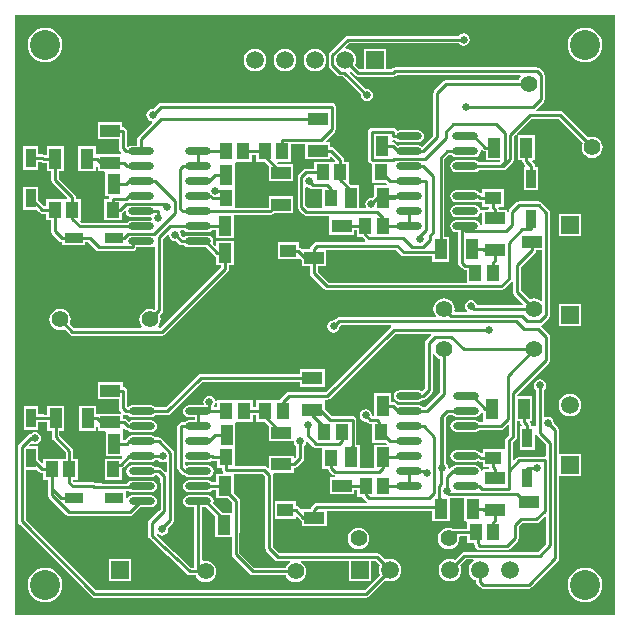
<source format=gbr>
G04 Layer_Physical_Order=2*
G04 Layer_Color=16711680*
%FSLAX26Y26*%
%MOIN*%
%TF.FileFunction,Copper,L2,Bot,Signal*%
%TF.Part,Single*%
G01*
G75*
%TA.AperFunction,SMDPad,CuDef*%
%ADD11R,0.043307X0.066929*%
%ADD12R,0.066929X0.043307*%
%ADD13R,0.033465X0.062992*%
%ADD15O,0.086614X0.023622*%
%ADD17R,0.043307X0.055118*%
%TA.AperFunction,Conductor*%
%ADD24C,0.010000*%
%TA.AperFunction,ComponentPad*%
%ADD25C,0.055118*%
%ADD26C,0.059055*%
%ADD27R,0.059055X0.059055*%
%ADD28R,0.059055X0.059055*%
%TA.AperFunction,ViaPad*%
%ADD29C,0.100000*%
%ADD30C,0.025000*%
%TA.AperFunction,SMDPad,CuDef*%
%ADD31R,0.062992X0.033465*%
%ADD32R,0.055118X0.043307*%
G36*
X3000000Y1000000D02*
X1000000D01*
Y3000000D01*
X3000000D01*
Y1000000D01*
D02*
G37*
%LPC*%
G36*
X2887028Y2037027D02*
X2812972D01*
Y1962973D01*
X2887028D01*
Y2037027D01*
D02*
G37*
G36*
X1100000Y1157996D02*
X1084989Y1156020D01*
X1071002Y1150226D01*
X1058991Y1141009D01*
X1049774Y1128998D01*
X1043980Y1115011D01*
X1042004Y1100000D01*
X1043980Y1084989D01*
X1049774Y1071002D01*
X1058991Y1058991D01*
X1071002Y1049774D01*
X1084989Y1043980D01*
X1100000Y1042004D01*
X1115011Y1043980D01*
X1128998Y1049774D01*
X1141009Y1058991D01*
X1150226Y1071002D01*
X1156020Y1084989D01*
X1157996Y1100000D01*
X1156020Y1115011D01*
X1150226Y1128998D01*
X1141009Y1141009D01*
X1128998Y1150226D01*
X1115011Y1156020D01*
X1100000Y1157996D01*
D02*
G37*
G36*
X2900000D02*
X2884990Y1156020D01*
X2871002Y1150226D01*
X2858990Y1141009D01*
X2849774Y1128998D01*
X2843980Y1115011D01*
X2842004Y1100000D01*
X2843980Y1084989D01*
X2849774Y1071002D01*
X2858990Y1058991D01*
X2871002Y1049774D01*
X2884990Y1043980D01*
X2900000Y1042004D01*
X2915010Y1043980D01*
X2928998Y1049774D01*
X2941010Y1058991D01*
X2950226Y1071002D01*
X2956020Y1084989D01*
X2957996Y1100000D01*
X2956020Y1115011D01*
X2950226Y1128998D01*
X2941010Y1141009D01*
X2928998Y1150226D01*
X2915010Y1156020D01*
X2900000Y1157996D01*
D02*
G37*
G36*
X2145000Y1290361D02*
X2135848Y1289157D01*
X2127319Y1285624D01*
X2119996Y1280004D01*
X2114376Y1272681D01*
X2110843Y1264152D01*
X2109639Y1255000D01*
X2110843Y1245848D01*
X2114376Y1237319D01*
X2119996Y1229996D01*
X2127319Y1224376D01*
X2135848Y1220843D01*
X2145000Y1219639D01*
X2154152Y1220843D01*
X2162681Y1224376D01*
X2170004Y1229996D01*
X2175624Y1237319D01*
X2179157Y1245848D01*
X2180361Y1255000D01*
X2179157Y1264152D01*
X2175624Y1272681D01*
X2170004Y1280004D01*
X2162681Y1285624D01*
X2154152Y1289157D01*
X2145000Y1290361D01*
D02*
G37*
G36*
X2850000Y1737347D02*
X2840334Y1736074D01*
X2831327Y1732343D01*
X2823592Y1726408D01*
X2817657Y1718674D01*
X2813926Y1709666D01*
X2812653Y1700000D01*
X2813926Y1690334D01*
X2817657Y1681326D01*
X2823592Y1673592D01*
X2831327Y1667657D01*
X2840334Y1663926D01*
X2850000Y1662653D01*
X2859666Y1663926D01*
X2868673Y1667657D01*
X2876408Y1673592D01*
X2882343Y1681326D01*
X2886074Y1690334D01*
X2887347Y1700000D01*
X2886074Y1709666D01*
X2882343Y1718674D01*
X2876408Y1726408D01*
X2868673Y1732343D01*
X2859666Y1736074D01*
X2850000Y1737347D01*
D02*
G37*
G36*
X1387027Y1187027D02*
X1312973D01*
Y1112973D01*
X1387027D01*
Y1187027D01*
D02*
G37*
G36*
X2887028Y2337028D02*
X2812972D01*
Y2262972D01*
X2887028D01*
Y2337028D01*
D02*
G37*
G36*
X1100000Y2957996D02*
X1084989Y2956020D01*
X1071002Y2950226D01*
X1058991Y2941010D01*
X1049774Y2928998D01*
X1043980Y2915010D01*
X1042004Y2900000D01*
X1043980Y2884990D01*
X1049774Y2871002D01*
X1058991Y2858990D01*
X1071002Y2849774D01*
X1084989Y2843980D01*
X1100000Y2842004D01*
X1115011Y2843980D01*
X1128998Y2849774D01*
X1141009Y2858990D01*
X1150226Y2871002D01*
X1156020Y2884990D01*
X1157996Y2900000D01*
X1156020Y2915010D01*
X1150226Y2928998D01*
X1141009Y2941010D01*
X1128998Y2950226D01*
X1115011Y2956020D01*
X1100000Y2957996D01*
D02*
G37*
G36*
X2900000D02*
X2884990Y2956020D01*
X2871002Y2950226D01*
X2858990Y2941010D01*
X2849774Y2928998D01*
X2843980Y2915010D01*
X2842004Y2900000D01*
X2843980Y2884990D01*
X2849774Y2871002D01*
X2858990Y2858990D01*
X2871002Y2849774D01*
X2884990Y2843980D01*
X2900000Y2842004D01*
X2915010Y2843980D01*
X2928998Y2849774D01*
X2941010Y2858990D01*
X2950226Y2871002D01*
X2956020Y2884990D01*
X2957996Y2900000D01*
X2956020Y2915010D01*
X2950226Y2928998D01*
X2941010Y2941010D01*
X2928998Y2950226D01*
X2915010Y2956020D01*
X2900000Y2957996D01*
D02*
G37*
G36*
X2495472Y2938392D02*
X2487668Y2936840D01*
X2481053Y2932419D01*
X2479934Y2930745D01*
X2108564D01*
X2103687Y2929775D01*
X2099552Y2927012D01*
X2048960Y2876420D01*
X2046198Y2872286D01*
X2045227Y2867408D01*
Y2832592D01*
X2046198Y2827714D01*
X2048960Y2823580D01*
X2073580Y2798960D01*
X2077714Y2796198D01*
X2082592Y2795227D01*
X2092749D01*
X2153001Y2734975D01*
X2152608Y2733000D01*
X2154160Y2725196D01*
X2158581Y2718581D01*
X2165196Y2714160D01*
X2173000Y2712608D01*
X2180804Y2714160D01*
X2187419Y2718581D01*
X2191840Y2725196D01*
X2193392Y2733000D01*
X2191840Y2740804D01*
X2187419Y2747419D01*
X2180804Y2751840D01*
X2173000Y2753392D01*
X2171025Y2752999D01*
X2116633Y2807391D01*
X2118049Y2813046D01*
X2118725Y2813251D01*
X2133988Y2797988D01*
X2138123Y2795225D01*
X2143000Y2794255D01*
X2261000D01*
X2265877Y2795225D01*
X2270012Y2797988D01*
X2272279Y2800255D01*
X2684939D01*
X2686304Y2795255D01*
X2681310Y2788747D01*
X2679265Y2783811D01*
X2438066D01*
X2433189Y2782841D01*
X2429054Y2780078D01*
X2397988Y2749012D01*
X2395225Y2744877D01*
X2394255Y2740000D01*
Y2598279D01*
X2356728Y2560752D01*
X2351583Y2564191D01*
X2344048Y2565689D01*
X2281056D01*
X2276284Y2564740D01*
X2268012Y2573012D01*
X2263877Y2575775D01*
X2259000Y2576745D01*
X2258340D01*
X2257659Y2578708D01*
X2258528Y2580396D01*
X2261373Y2583255D01*
X2266347D01*
X2267133Y2582078D01*
X2273521Y2577809D01*
X2281056Y2576311D01*
X2344048D01*
X2351583Y2577809D01*
X2357970Y2582078D01*
X2362239Y2588465D01*
X2363737Y2596000D01*
X2362239Y2603535D01*
X2357970Y2609922D01*
X2351583Y2614191D01*
X2344048Y2615689D01*
X2281056D01*
X2277068Y2614896D01*
X2271775Y2615877D01*
X2269012Y2620012D01*
X2264877Y2622775D01*
X2260000Y2623745D01*
X2190000D01*
X2185123Y2622775D01*
X2180988Y2620012D01*
X2178225Y2615877D01*
X2177255Y2611000D01*
Y2517000D01*
X2178225Y2512123D01*
X2180988Y2507988D01*
X2185123Y2505225D01*
X2190000Y2504255D01*
X2190374D01*
Y2439941D01*
X2236018D01*
X2238783Y2436654D01*
X2237153Y2431965D01*
X2196037D01*
Y2396061D01*
X2189975Y2389999D01*
X2188000Y2390392D01*
X2180196Y2388840D01*
X2173581Y2384419D01*
X2169160Y2377804D01*
X2167608Y2370000D01*
X2169160Y2362196D01*
X2169856Y2361155D01*
X2167499Y2356745D01*
X2148044D01*
Y2431965D01*
X2119950D01*
X2115990Y2435923D01*
X2113682Y2439941D01*
X2113682D01*
X2113682Y2439941D01*
Y2510059D01*
X2097273D01*
Y2516000D01*
X2096303Y2520877D01*
X2093540Y2525012D01*
X2061690Y2556862D01*
X2057555Y2559625D01*
X2052678Y2560595D01*
X2049854D01*
Y2577003D01*
X2038560D01*
X2036647Y2581623D01*
X2065012Y2609988D01*
X2067775Y2614123D01*
X2068745Y2619000D01*
Y2694000D01*
X2067775Y2698877D01*
X2065012Y2703012D01*
X2060877Y2705775D01*
X2056000Y2706745D01*
X1486000D01*
X1481123Y2705775D01*
X1476988Y2703012D01*
X1460503Y2686527D01*
X1458528Y2686920D01*
X1450724Y2685368D01*
X1444109Y2680947D01*
X1439688Y2674332D01*
X1438136Y2666528D01*
X1439688Y2658724D01*
X1444109Y2652109D01*
X1450724Y2647688D01*
X1455620Y2646715D01*
X1457265Y2641289D01*
X1411988Y2596012D01*
X1409225Y2591877D01*
X1408255Y2587000D01*
Y2564689D01*
X1389528D01*
X1381993Y2563191D01*
X1375831Y2559073D01*
X1374094Y2560088D01*
X1371745Y2561899D01*
Y2614150D01*
X1370775Y2619027D01*
X1368012Y2623162D01*
X1363877Y2625925D01*
X1359000Y2626895D01*
X1358005D01*
Y2643303D01*
X1276075D01*
Y2584997D01*
X1346255D01*
Y2556000D01*
X1347225Y2551123D01*
X1349988Y2546988D01*
X1354973Y2542003D01*
X1352901Y2537003D01*
X1276076D01*
Y2537004D01*
X1271285Y2537511D01*
X1269815Y2538206D01*
Y2561965D01*
X1211508D01*
Y2480035D01*
X1269815D01*
Y2494073D01*
X1274815Y2496685D01*
X1276075Y2495809D01*
Y2478697D01*
X1296754D01*
X1301036Y2476964D01*
X1301036Y2473696D01*
Y2395035D01*
X1312224D01*
X1314440Y2390890D01*
X1312460Y2386059D01*
X1297412D01*
Y2315941D01*
X1355719D01*
Y2339788D01*
X1359012Y2341988D01*
X1365415Y2348391D01*
X1370023Y2345928D01*
X1369839Y2345000D01*
X1371337Y2337465D01*
X1375605Y2331078D01*
X1381993Y2326809D01*
X1389528Y2325311D01*
X1452520D01*
X1454090Y2325623D01*
X1456656Y2323057D01*
X1457756Y2321254D01*
X1458276Y2318642D01*
X1454024Y2314390D01*
X1452520Y2314689D01*
X1389528D01*
X1381993Y2313191D01*
X1375605Y2308922D01*
X1374819Y2307745D01*
X1221845D01*
X1218268Y2311322D01*
X1220182Y2315941D01*
X1220719D01*
Y2386059D01*
X1204311D01*
Y2392000D01*
X1203341Y2396877D01*
X1200578Y2401012D01*
X1147107Y2454483D01*
Y2480035D01*
X1163515D01*
Y2561965D01*
X1105208D01*
Y2533745D01*
X1098314D01*
X1096877Y2534705D01*
X1092000Y2535675D01*
X1076272D01*
Y2561926D01*
X1027808D01*
Y2483934D01*
X1076272D01*
Y2510185D01*
X1087616D01*
X1089053Y2509225D01*
X1093930Y2508255D01*
X1105208D01*
Y2480035D01*
X1121617D01*
Y2449204D01*
X1122587Y2444327D01*
X1125350Y2440192D01*
X1174483Y2391059D01*
X1172412Y2386059D01*
X1162413D01*
Y2386059D01*
X1161665D01*
Y2386059D01*
X1103359D01*
Y2363745D01*
X1095389D01*
X1076272Y2382862D01*
Y2428066D01*
X1027808D01*
Y2350074D01*
X1073012D01*
X1081098Y2341988D01*
X1085233Y2339225D01*
X1090110Y2338255D01*
X1103359D01*
Y2315941D01*
X1119767D01*
Y2280000D01*
X1120737Y2275123D01*
X1123500Y2270988D01*
X1147500Y2246988D01*
X1151635Y2244225D01*
X1156114Y2243334D01*
Y2231768D01*
X1234106D01*
Y2243255D01*
X1243721D01*
X1269988Y2216988D01*
X1274123Y2214225D01*
X1279000Y2213255D01*
X1392000D01*
X1396877Y2214225D01*
X1401012Y2216988D01*
X1403775Y2221123D01*
X1404608Y2225311D01*
X1452520D01*
X1460055Y2226809D01*
X1463255Y2228948D01*
X1468255Y2226275D01*
Y2021279D01*
X1464088Y2017112D01*
X1459152Y2019157D01*
X1450000Y2020361D01*
X1440848Y2019157D01*
X1432319Y2015624D01*
X1424996Y2010004D01*
X1419376Y2002681D01*
X1415843Y1994152D01*
X1414639Y1985000D01*
X1415843Y1975848D01*
X1419376Y1967319D01*
X1423653Y1961745D01*
X1421387Y1956745D01*
X1196279D01*
X1182112Y1970912D01*
X1184157Y1975848D01*
X1185361Y1985000D01*
X1184157Y1994152D01*
X1180624Y2002681D01*
X1175004Y2010004D01*
X1167681Y2015624D01*
X1159152Y2019157D01*
X1150000Y2020361D01*
X1140848Y2019157D01*
X1132319Y2015624D01*
X1124996Y2010004D01*
X1119376Y2002681D01*
X1115843Y1994152D01*
X1114639Y1985000D01*
X1115843Y1975848D01*
X1119376Y1967319D01*
X1124996Y1959996D01*
X1132319Y1954376D01*
X1140848Y1950843D01*
X1150000Y1949639D01*
X1159152Y1950843D01*
X1164088Y1952888D01*
X1181988Y1934988D01*
X1186123Y1932225D01*
X1191000Y1931255D01*
X1491000D01*
X1495877Y1932225D01*
X1500012Y1934988D01*
X1709752Y2144728D01*
X1712515Y2148863D01*
X1713485Y2153740D01*
Y2165035D01*
X1729893D01*
Y2246965D01*
X1671586D01*
Y2232970D01*
X1666967Y2231057D01*
X1659831Y2238193D01*
X1661185Y2245000D01*
X1659687Y2252535D01*
X1655418Y2258922D01*
X1649031Y2263191D01*
X1641496Y2264689D01*
X1578504D01*
X1570969Y2263191D01*
X1564582Y2258922D01*
X1559283Y2258741D01*
X1553999Y2264025D01*
X1554392Y2266000D01*
X1552840Y2273804D01*
X1550533Y2277255D01*
X1553206Y2282255D01*
X1563795D01*
X1564582Y2281078D01*
X1570969Y2276809D01*
X1578504Y2275311D01*
X1641496D01*
X1649031Y2276809D01*
X1655418Y2281078D01*
X1656543Y2282761D01*
X1658877Y2283225D01*
X1658922Y2283255D01*
X1670208D01*
Y2255035D01*
X1728515D01*
Y2332255D01*
X1850000D01*
X1854877Y2333225D01*
X1859012Y2335988D01*
X1861720Y2338697D01*
X1928005D01*
Y2397003D01*
X1846075D01*
Y2359099D01*
X1844721Y2357745D01*
X1731666D01*
Y2425035D01*
X1733043D01*
Y2505941D01*
X1733044Y2506965D01*
X1735514Y2510941D01*
X1736666Y2510941D01*
X1790719D01*
Y2533255D01*
X1803359D01*
Y2510941D01*
X1832225D01*
X1846075Y2497090D01*
Y2444997D01*
X1928005D01*
Y2503303D01*
X1876407D01*
X1874014Y2506269D01*
X1876056Y2510941D01*
X1920719D01*
Y2570255D01*
X1967926D01*
Y2518697D01*
X2049854D01*
Y2526117D01*
X2054474Y2528030D01*
X2067445Y2515059D01*
X2065374Y2510059D01*
X2055375D01*
Y2510059D01*
X2054625D01*
Y2510059D01*
X1996319D01*
Y2487745D01*
X1969388D01*
X1964511Y2486775D01*
X1960376Y2484012D01*
X1945376Y2469012D01*
X1942613Y2464877D01*
X1941643Y2460000D01*
Y2360000D01*
X1942613Y2355123D01*
X1945376Y2350988D01*
X1961376Y2334988D01*
X1965511Y2332225D01*
X1970388Y2331255D01*
X2047281D01*
X2047397Y2326303D01*
X2047398D01*
Y2267997D01*
X2129327D01*
Y2283255D01*
X2138358D01*
Y2260941D01*
X2156853D01*
X2158500Y2258476D01*
X2168231Y2248745D01*
X2166160Y2243745D01*
X2007000D01*
X2002123Y2242775D01*
X1997988Y2240012D01*
X1986988Y2229012D01*
X1984225Y2224877D01*
X1983256Y2220003D01*
X1955548D01*
X1955548Y2220004D01*
Y2220004D01*
X1951787Y2222709D01*
X1951012Y2223484D01*
X1946877Y2226247D01*
X1946571Y2226308D01*
Y2243626D01*
X1876453D01*
Y2185318D01*
X1946571D01*
Y2185344D01*
X1951190Y2187258D01*
X1955547Y2182901D01*
Y2161697D01*
X1983767D01*
Y2138488D01*
X1984737Y2133611D01*
X1987500Y2129476D01*
X2030988Y2085988D01*
X2035123Y2083225D01*
X2040000Y2082255D01*
X2620000D01*
X2624877Y2083225D01*
X2629012Y2085988D01*
X2654012Y2110988D01*
X2655255Y2112848D01*
X2660255Y2111331D01*
Y2077000D01*
X2661225Y2072123D01*
X2663988Y2067988D01*
X2694231Y2037745D01*
X2692160Y2032745D01*
X2539846D01*
X2538840Y2037804D01*
X2534419Y2044419D01*
X2527804Y2048840D01*
X2520000Y2050392D01*
X2512196Y2048840D01*
X2505581Y2044419D01*
X2501160Y2037804D01*
X2499608Y2030000D01*
X2501160Y2022196D01*
X2505581Y2015581D01*
X2506832Y2014745D01*
X2505315Y2009745D01*
X2468854D01*
X2464670Y2014745D01*
X2465361Y2020000D01*
X2464157Y2029152D01*
X2460624Y2037681D01*
X2455004Y2045004D01*
X2447681Y2050624D01*
X2439152Y2054157D01*
X2430000Y2055361D01*
X2420848Y2054157D01*
X2412319Y2050624D01*
X2404996Y2045004D01*
X2399376Y2037681D01*
X2395843Y2029152D01*
X2394639Y2020000D01*
X2395843Y2010848D01*
X2399376Y2002319D01*
X2403653Y1996745D01*
X2401387Y1991745D01*
X2079000D01*
X2074123Y1990775D01*
X2069988Y1988012D01*
X2063975Y1981999D01*
X2062000Y1982392D01*
X2054196Y1980840D01*
X2047581Y1976419D01*
X2043160Y1969804D01*
X2041608Y1962000D01*
X2043160Y1954196D01*
X2047581Y1947581D01*
X2054196Y1943160D01*
X2062000Y1941608D01*
X2069804Y1943160D01*
X2076419Y1947581D01*
X2080840Y1954196D01*
X2082392Y1962000D01*
X2082384Y1962040D01*
X2086031Y1966255D01*
X2253331D01*
X2254848Y1961255D01*
X2252988Y1960012D01*
X2036255Y1743279D01*
X1913534D01*
X1908657Y1742309D01*
X1904522Y1739546D01*
X1883666Y1718690D01*
X1881240Y1715059D01*
X1863525D01*
X1863525Y1715059D01*
X1862775D01*
Y1715059D01*
X1858524Y1715059D01*
X1804468D01*
Y1692745D01*
X1791832D01*
Y1715059D01*
X1737776D01*
X1733524Y1715059D01*
X1728524Y1715059D01*
X1674468D01*
Y1691745D01*
X1665412D01*
X1664636Y1692740D01*
X1663197Y1696745D01*
X1666840Y1702196D01*
X1668392Y1710000D01*
X1666840Y1717804D01*
X1662419Y1724419D01*
X1655804Y1728840D01*
X1648000Y1730392D01*
X1640196Y1728840D01*
X1633581Y1724419D01*
X1629160Y1717804D01*
X1627608Y1710000D01*
X1628863Y1703689D01*
X1625948Y1698689D01*
X1579614D01*
X1572079Y1697190D01*
X1565691Y1692922D01*
X1561423Y1686535D01*
X1559925Y1679000D01*
X1561423Y1671465D01*
X1565691Y1665078D01*
X1572079Y1660810D01*
X1579614Y1659311D01*
X1598365D01*
Y1648689D01*
X1579614D01*
X1572079Y1647190D01*
X1565691Y1642922D01*
X1564905Y1641745D01*
X1554000D01*
X1549123Y1640775D01*
X1544988Y1638012D01*
X1542225Y1633877D01*
X1541255Y1629000D01*
Y1490000D01*
X1542225Y1485123D01*
X1544988Y1480988D01*
X1555988Y1469988D01*
X1560123Y1467225D01*
X1564890Y1466277D01*
X1565691Y1465078D01*
X1572079Y1460810D01*
X1579614Y1459311D01*
X1642606D01*
X1650141Y1460810D01*
X1656528Y1465078D01*
X1660797Y1471465D01*
X1662295Y1479000D01*
X1660797Y1486535D01*
X1656528Y1492922D01*
X1650141Y1497190D01*
X1642606Y1498689D01*
X1579614D01*
X1572079Y1497190D01*
X1571745Y1496967D01*
X1566745Y1499640D01*
Y1509070D01*
X1571155Y1511427D01*
X1572079Y1510810D01*
X1579614Y1509311D01*
X1642606D01*
X1650141Y1510810D01*
X1653939Y1513348D01*
X1654123Y1513225D01*
X1659000Y1512255D01*
X1674468D01*
Y1489941D01*
X1690877D01*
Y1484000D01*
X1691847Y1479123D01*
X1693957Y1475965D01*
X1692807Y1472458D01*
X1691743Y1470965D01*
X1671319D01*
Y1442745D01*
X1656647D01*
X1656528Y1442922D01*
X1650141Y1447190D01*
X1642606Y1448689D01*
X1579614D01*
X1572079Y1447190D01*
X1565691Y1442922D01*
X1561423Y1436535D01*
X1559925Y1429000D01*
X1561423Y1421465D01*
X1565691Y1415078D01*
X1572079Y1410810D01*
X1579614Y1409311D01*
X1642606D01*
X1650141Y1410810D01*
X1656528Y1415078D01*
X1657670Y1416786D01*
X1659877Y1417225D01*
X1659922Y1417255D01*
X1671319D01*
Y1389035D01*
X1711412D01*
X1724255Y1376193D01*
Y1340965D01*
X1692060D01*
X1660923Y1372101D01*
X1662295Y1379000D01*
X1660797Y1386535D01*
X1656528Y1392922D01*
X1650141Y1397190D01*
X1642606Y1398689D01*
X1579614D01*
X1572079Y1397190D01*
X1565691Y1392922D01*
X1561423Y1386535D01*
X1559925Y1379000D01*
X1561423Y1371465D01*
X1565691Y1365078D01*
X1572079Y1360810D01*
X1579614Y1359311D01*
X1598255D01*
Y1157745D01*
X1588014D01*
X1471409Y1267395D01*
X1471493Y1267756D01*
X1472488Y1268443D01*
X1477059Y1269593D01*
X1482196Y1266160D01*
X1490000Y1264608D01*
X1497804Y1266160D01*
X1504419Y1270581D01*
X1508840Y1277196D01*
X1510392Y1285000D01*
X1509335Y1290311D01*
X1527012Y1307988D01*
X1529775Y1312123D01*
X1530745Y1317000D01*
Y1541000D01*
X1529775Y1545877D01*
X1527012Y1550012D01*
X1489012Y1588012D01*
X1484877Y1590775D01*
X1480000Y1591745D01*
X1468339D01*
X1467553Y1592922D01*
X1461165Y1597190D01*
X1453630Y1598689D01*
X1390638D01*
X1383103Y1597190D01*
X1376716Y1592922D01*
X1374601Y1589758D01*
X1371988Y1588012D01*
X1366721Y1582745D01*
X1360454D01*
X1360454Y1610965D01*
X1359114Y1615410D01*
Y1621179D01*
X1363734Y1623092D01*
X1366838Y1619988D01*
X1370973Y1617225D01*
X1375850Y1616255D01*
X1375929D01*
X1376716Y1615078D01*
X1383103Y1610810D01*
X1390638Y1609311D01*
X1453630D01*
X1461165Y1610810D01*
X1467553Y1615078D01*
X1471821Y1621465D01*
X1473319Y1629000D01*
X1471821Y1636535D01*
X1467553Y1642922D01*
X1461165Y1647190D01*
X1453630Y1648689D01*
X1390638D01*
X1383103Y1647190D01*
X1378655Y1644219D01*
X1372012Y1650862D01*
X1367877Y1653625D01*
X1363000Y1654595D01*
X1359114D01*
Y1665226D01*
X1364114Y1667899D01*
X1365123Y1667225D01*
X1370000Y1666255D01*
X1375929D01*
X1376716Y1665078D01*
X1383103Y1660810D01*
X1390638Y1659311D01*
X1453630D01*
X1461165Y1660810D01*
X1467553Y1665078D01*
X1468339Y1666255D01*
X1508000D01*
X1512877Y1667225D01*
X1517012Y1669988D01*
X1624429Y1777405D01*
X1950035D01*
Y1760996D01*
X2031965D01*
Y1819303D01*
X1950035D01*
Y1802895D01*
X1619150D01*
X1614273Y1801925D01*
X1610138Y1799162D01*
X1502721Y1691745D01*
X1468339D01*
X1467553Y1692922D01*
X1461165Y1697190D01*
X1453630Y1698689D01*
X1390638D01*
X1383103Y1697190D01*
X1377362Y1693354D01*
X1374452Y1694577D01*
X1372745Y1695825D01*
Y1748150D01*
X1371775Y1753027D01*
X1369012Y1757162D01*
X1364877Y1759925D01*
X1360000Y1760895D01*
X1359114D01*
Y1777303D01*
X1277186D01*
Y1718996D01*
X1347255D01*
Y1689000D01*
X1348225Y1684123D01*
X1350988Y1679988D01*
X1354973Y1676004D01*
X1352901Y1671004D01*
X1277186D01*
Y1671004D01*
X1272388Y1671492D01*
X1270926Y1672184D01*
Y1695965D01*
X1212619D01*
Y1614035D01*
X1270926D01*
Y1627957D01*
X1275926Y1630573D01*
X1277186Y1629699D01*
Y1612697D01*
X1297864D01*
X1302146Y1610964D01*
X1302147Y1607696D01*
Y1529035D01*
X1355940D01*
X1358012Y1524035D01*
X1354035Y1520059D01*
X1298524D01*
Y1449941D01*
X1356832D01*
Y1488759D01*
X1357555Y1488903D01*
X1361690Y1491666D01*
X1381743Y1511719D01*
X1383103Y1510810D01*
X1390638Y1509311D01*
X1453630D01*
X1461165Y1510810D01*
X1467553Y1515078D01*
X1468339Y1516255D01*
X1476462D01*
X1477581Y1514581D01*
X1484196Y1510160D01*
X1492000Y1508608D01*
X1499804Y1510160D01*
X1500845Y1510857D01*
X1505255Y1508499D01*
Y1478302D01*
X1500636Y1476388D01*
X1489012Y1488012D01*
X1484877Y1490775D01*
X1480000Y1491745D01*
X1468339D01*
X1467553Y1492922D01*
X1461165Y1497190D01*
X1453630Y1498689D01*
X1390638D01*
X1383103Y1497190D01*
X1376716Y1492922D01*
X1372447Y1486535D01*
X1370949Y1479000D01*
X1372447Y1471465D01*
X1376716Y1465078D01*
X1383103Y1460810D01*
X1390638Y1459311D01*
X1453630D01*
X1461165Y1460810D01*
X1467553Y1465078D01*
X1468339Y1466255D01*
X1474721D01*
X1483697Y1457279D01*
Y1352718D01*
X1446988Y1316009D01*
X1444225Y1311875D01*
X1443255Y1306997D01*
Y1264389D01*
X1443294Y1264194D01*
X1443261Y1263998D01*
X1443778Y1261762D01*
X1444225Y1259512D01*
X1444336Y1259347D01*
X1444381Y1259153D01*
X1445714Y1257285D01*
X1446988Y1255378D01*
X1447153Y1255267D01*
X1447269Y1255105D01*
X1574232Y1135715D01*
X1576178Y1134500D01*
X1578085Y1133225D01*
X1578281Y1133186D01*
X1578449Y1133081D01*
X1580713Y1132703D01*
X1582963Y1132255D01*
X1602332D01*
X1604376Y1127319D01*
X1609996Y1119996D01*
X1617319Y1114376D01*
X1625848Y1110843D01*
X1635000Y1109639D01*
X1644152Y1110843D01*
X1652681Y1114376D01*
X1660004Y1119996D01*
X1665624Y1127319D01*
X1669157Y1135848D01*
X1670361Y1145000D01*
X1669157Y1154152D01*
X1665624Y1162681D01*
X1660004Y1170004D01*
X1652681Y1175624D01*
X1644152Y1179157D01*
X1635000Y1180361D01*
X1628745Y1179538D01*
X1623745Y1183277D01*
Y1359311D01*
X1637665D01*
X1667697Y1329280D01*
Y1259035D01*
X1722255D01*
Y1202000D01*
X1723225Y1197123D01*
X1725988Y1192988D01*
X1782988Y1135988D01*
X1787123Y1133225D01*
X1792000Y1132255D01*
X1902332D01*
X1904376Y1127319D01*
X1909996Y1119996D01*
X1917319Y1114376D01*
X1925848Y1110843D01*
X1935000Y1109639D01*
X1944152Y1110843D01*
X1952681Y1114376D01*
X1960004Y1119996D01*
X1965624Y1127319D01*
X1969157Y1135848D01*
X1970361Y1145000D01*
X1969157Y1154152D01*
X1965624Y1162681D01*
X1960004Y1170004D01*
X1953162Y1175255D01*
X1953189Y1176871D01*
X1954566Y1180255D01*
X2112972D01*
Y1112973D01*
X2187028D01*
Y1180255D01*
X2201721D01*
X2216381Y1165595D01*
X2213926Y1159666D01*
X2212653Y1150000D01*
X2213926Y1140334D01*
X2216381Y1134405D01*
X2165721Y1083745D01*
X1269279D01*
X1035745Y1317279D01*
Y1484074D01*
X1074122D01*
X1081208Y1476988D01*
X1085343Y1474225D01*
X1090220Y1473255D01*
X1093319D01*
Y1450941D01*
X1109727D01*
Y1400000D01*
X1110697Y1395123D01*
X1113460Y1390988D01*
X1171194Y1333254D01*
X1175329Y1330491D01*
X1180206Y1329521D01*
X1381984D01*
X1386861Y1330491D01*
X1390996Y1333254D01*
X1417053Y1359311D01*
X1453630D01*
X1461165Y1360810D01*
X1467553Y1365078D01*
X1471821Y1371465D01*
X1473319Y1379000D01*
X1471821Y1386535D01*
X1467553Y1392922D01*
X1461165Y1397190D01*
X1453630Y1398689D01*
X1390638D01*
X1383103Y1397190D01*
X1376716Y1392922D01*
X1374074Y1388969D01*
X1369074Y1390486D01*
Y1413695D01*
X1378784D01*
X1383103Y1410810D01*
X1390638Y1409311D01*
X1453630D01*
X1461165Y1410810D01*
X1467553Y1415078D01*
X1471821Y1421465D01*
X1473319Y1429000D01*
X1471821Y1436535D01*
X1467553Y1442922D01*
X1461165Y1447190D01*
X1453630Y1448689D01*
X1390638D01*
X1383103Y1447190D01*
X1376716Y1442922D01*
X1375140Y1440564D01*
X1373075Y1439185D01*
X1268612D01*
X1266233Y1440775D01*
X1261355Y1441745D01*
X1197807D01*
X1194273Y1445279D01*
Y1450941D01*
X1210681D01*
Y1521059D01*
X1194273D01*
Y1547000D01*
X1193303Y1551877D01*
X1190540Y1556012D01*
X1148217Y1598335D01*
Y1614035D01*
X1164626D01*
Y1695965D01*
X1106319D01*
Y1667745D01*
X1099314D01*
X1097877Y1668705D01*
X1093000Y1669675D01*
X1077382D01*
Y1695926D01*
X1028918D01*
Y1617934D01*
X1077382D01*
Y1644185D01*
X1088616D01*
X1090053Y1643225D01*
X1094930Y1642255D01*
X1106319D01*
Y1614035D01*
X1122727D01*
Y1593056D01*
X1123697Y1588179D01*
X1126460Y1584044D01*
X1168783Y1541721D01*
Y1524595D01*
X1165247Y1521059D01*
X1152374Y1521059D01*
X1147374Y1521059D01*
X1093319D01*
Y1507458D01*
X1088699Y1505545D01*
X1077382Y1516862D01*
Y1562066D01*
X1049623D01*
X1047709Y1566685D01*
X1054993Y1573969D01*
X1059196Y1571160D01*
X1067000Y1569608D01*
X1074804Y1571160D01*
X1081419Y1575581D01*
X1085840Y1582196D01*
X1087392Y1590000D01*
X1085840Y1597804D01*
X1081419Y1604419D01*
X1074804Y1608840D01*
X1067000Y1610392D01*
X1059196Y1608840D01*
X1052581Y1604419D01*
X1051226Y1602392D01*
X1048123Y1601775D01*
X1043988Y1599012D01*
X1013988Y1569012D01*
X1011225Y1564877D01*
X1010255Y1560000D01*
Y1312000D01*
X1011225Y1307123D01*
X1013988Y1302988D01*
X1254988Y1061988D01*
X1259123Y1059225D01*
X1264000Y1058255D01*
X2171000D01*
X2175877Y1059225D01*
X2180012Y1061988D01*
X2234405Y1116381D01*
X2240334Y1113926D01*
X2250000Y1112653D01*
X2259666Y1113926D01*
X2268673Y1117657D01*
X2276408Y1123592D01*
X2282343Y1131326D01*
X2286074Y1140334D01*
X2287347Y1150000D01*
X2286074Y1159666D01*
X2282343Y1168674D01*
X2276408Y1176408D01*
X2268673Y1182343D01*
X2259666Y1186074D01*
X2250000Y1187347D01*
X2240334Y1186074D01*
X2234405Y1183619D01*
X2216012Y1202012D01*
X2211877Y1204775D01*
X2207000Y1205745D01*
X1881279D01*
X1859745Y1227279D01*
Y1467000D01*
X1859606Y1467696D01*
X1863710Y1472697D01*
X1929114D01*
Y1489105D01*
X1930000D01*
X1934877Y1490075D01*
X1939012Y1492838D01*
X1959012Y1512838D01*
X1961775Y1516973D01*
X1962745Y1521850D01*
Y1563462D01*
X1964419Y1564581D01*
X1968840Y1571196D01*
X1970242Y1578245D01*
X1974740Y1580818D01*
X1994629Y1560929D01*
X1998764Y1558166D01*
X2003641Y1557196D01*
X2024847D01*
Y1487941D01*
X2041665D01*
X2042225Y1485123D01*
X2044988Y1480988D01*
X2056988Y1468988D01*
X2061123Y1466225D01*
X2066000Y1465255D01*
X2065883Y1460303D01*
X2048508D01*
Y1401996D01*
X2130436D01*
Y1417255D01*
X2139468D01*
Y1394941D01*
X2156969D01*
X2159610Y1390988D01*
X2170610Y1379988D01*
X2173967Y1377745D01*
X2173711Y1374348D01*
X2173135Y1372745D01*
X2007000D01*
X2002123Y1371775D01*
X1997988Y1369012D01*
X1987988Y1359012D01*
X1985225Y1354877D01*
X1985051Y1354004D01*
X1956658D01*
Y1354004D01*
X1952298Y1352198D01*
X1945012Y1359484D01*
X1940877Y1362247D01*
X1936059Y1363205D01*
Y1379626D01*
X1865941D01*
Y1321319D01*
X1936059D01*
Y1325856D01*
X1940678Y1327770D01*
X1952610Y1315838D01*
X1956658Y1313133D01*
Y1295697D01*
X2038586D01*
Y1347255D01*
X2390318D01*
Y1312035D01*
X2448626D01*
Y1390255D01*
X2496619D01*
Y1312035D01*
X2502137D01*
X2506318Y1310059D01*
Y1287745D01*
X2465000D01*
X2460123Y1286775D01*
X2460038Y1286718D01*
X2454152Y1289157D01*
X2445000Y1290361D01*
X2435848Y1289157D01*
X2427319Y1285624D01*
X2419996Y1280004D01*
X2414376Y1272681D01*
X2410843Y1264152D01*
X2409639Y1255000D01*
X2410843Y1245848D01*
X2414376Y1237319D01*
X2419996Y1229996D01*
X2427319Y1224376D01*
X2435848Y1220843D01*
X2445000Y1219639D01*
X2454152Y1220843D01*
X2462681Y1224376D01*
X2470004Y1229996D01*
X2475624Y1237319D01*
X2479157Y1245848D01*
X2480361Y1255000D01*
X2479901Y1258496D01*
X2483198Y1262255D01*
X2506318D01*
Y1239941D01*
X2530207D01*
X2533031Y1227235D01*
X2533480Y1226216D01*
X2533697Y1225123D01*
X2534473Y1223962D01*
X2535036Y1222685D01*
X2535841Y1221914D01*
X2536460Y1220988D01*
X2537621Y1220212D01*
X2538630Y1219248D01*
X2539668Y1218844D01*
X2540595Y1218225D01*
X2541964Y1217953D01*
X2543265Y1217448D01*
X2544379Y1217473D01*
X2545472Y1217255D01*
X2640000D01*
X2644877Y1218225D01*
X2649012Y1220988D01*
X2675012Y1246988D01*
X2677775Y1251123D01*
X2678745Y1256000D01*
Y1294721D01*
X2691279Y1307255D01*
X2737596D01*
X2742473Y1308225D01*
X2746608Y1310988D01*
X2766136Y1330516D01*
X2770755Y1328602D01*
Y1237779D01*
X2743721Y1210745D01*
X2498000D01*
X2493123Y1209775D01*
X2488988Y1207012D01*
X2465595Y1183619D01*
X2459666Y1186074D01*
X2450000Y1187347D01*
X2440334Y1186074D01*
X2431327Y1182343D01*
X2423592Y1176408D01*
X2417657Y1168674D01*
X2413926Y1159666D01*
X2412653Y1150000D01*
X2413926Y1140334D01*
X2417657Y1131326D01*
X2423592Y1123592D01*
X2431327Y1117657D01*
X2440334Y1113926D01*
X2450000Y1112653D01*
X2459666Y1113926D01*
X2468673Y1117657D01*
X2476408Y1123592D01*
X2482343Y1131326D01*
X2486074Y1140334D01*
X2487347Y1150000D01*
X2486074Y1159666D01*
X2483619Y1165595D01*
X2503279Y1185255D01*
X2526907D01*
X2528605Y1180255D01*
X2523592Y1176408D01*
X2517657Y1168674D01*
X2513926Y1159666D01*
X2512653Y1150000D01*
X2513926Y1140334D01*
X2517657Y1131326D01*
X2523592Y1123592D01*
X2531327Y1117657D01*
X2537255Y1115201D01*
Y1111000D01*
X2538225Y1106123D01*
X2540988Y1101988D01*
X2550988Y1091988D01*
X2555123Y1089225D01*
X2560000Y1088255D01*
X2713000D01*
X2717877Y1089225D01*
X2722012Y1091988D01*
X2810512Y1180488D01*
X2813275Y1184623D01*
X2814245Y1189500D01*
Y1462973D01*
X2887028D01*
Y1537027D01*
X2814245D01*
Y1615500D01*
X2813275Y1620377D01*
X2810512Y1624512D01*
X2795999Y1639025D01*
X2796392Y1641000D01*
X2794840Y1648804D01*
X2790419Y1655419D01*
X2783804Y1659840D01*
X2776000Y1661392D01*
X2768196Y1659840D01*
X2767155Y1659143D01*
X2762745Y1661501D01*
Y1749462D01*
X2764419Y1750581D01*
X2768840Y1757196D01*
X2770392Y1765000D01*
X2768840Y1772804D01*
X2764419Y1779419D01*
X2757804Y1783840D01*
X2750000Y1785392D01*
X2742196Y1783840D01*
X2735581Y1779419D01*
X2731160Y1772804D01*
X2729608Y1765000D01*
X2731160Y1757196D01*
X2735581Y1750581D01*
X2737255Y1749462D01*
Y1608000D01*
X2738225Y1603123D01*
X2740988Y1598988D01*
X2770755Y1569221D01*
Y1532298D01*
X2765755Y1528194D01*
X2765500Y1528245D01*
X2681500D01*
X2676623Y1527275D01*
X2672488Y1524512D01*
X2663364Y1515388D01*
X2658745Y1517302D01*
Y1575721D01*
X2670012Y1586988D01*
X2672775Y1591123D01*
X2673745Y1596000D01*
Y1647035D01*
X2683027D01*
Y1644850D01*
X2683997Y1639973D01*
X2686760Y1635838D01*
X2689053Y1633545D01*
X2687139Y1628926D01*
X2683390D01*
Y1550934D01*
X2731854D01*
Y1628926D01*
X2720367D01*
Y1633000D01*
X2719397Y1637877D01*
X2716634Y1642012D01*
X2716230Y1642416D01*
X2718143Y1647035D01*
X2724925D01*
Y1728965D01*
X2673745D01*
Y1734721D01*
X2780012Y1840988D01*
X2782775Y1845123D01*
X2783745Y1850000D01*
Y1928000D01*
X2782775Y1932877D01*
X2780012Y1937012D01*
X2754600Y1962424D01*
X2755192Y1966747D01*
X2755787Y1967979D01*
X2759452Y1970428D01*
X2780012Y1990988D01*
X2782775Y1995123D01*
X2783745Y2000000D01*
Y2340000D01*
X2782775Y2344877D01*
X2780012Y2349012D01*
X2754012Y2375012D01*
X2749877Y2377775D01*
X2745000Y2378745D01*
X2680000D01*
X2675123Y2377775D01*
X2670988Y2375012D01*
X2647988Y2352012D01*
X2645225Y2347877D01*
X2644255Y2343000D01*
X2639327Y2343172D01*
Y2351303D01*
X2612946D01*
X2611319Y2356303D01*
X2614061Y2360318D01*
X2628421D01*
Y2418626D01*
X2558303D01*
Y2406792D01*
X2553303Y2404721D01*
X2553012Y2405012D01*
X2548877Y2407775D01*
X2548305Y2407889D01*
X2546947Y2409922D01*
X2540559Y2414191D01*
X2533024Y2415689D01*
X2470032D01*
X2462497Y2414191D01*
X2456110Y2409922D01*
X2451841Y2403535D01*
X2450343Y2396000D01*
X2451841Y2388465D01*
X2456110Y2382078D01*
X2462497Y2377809D01*
X2470032Y2376311D01*
X2533024D01*
X2540559Y2377809D01*
X2543021Y2379454D01*
X2545651Y2377697D01*
X2550528Y2376727D01*
X2558303D01*
Y2360318D01*
X2578668D01*
X2580224Y2355318D01*
X2577247Y2351303D01*
X2557398D01*
Y2348081D01*
X2552398Y2347588D01*
X2552088Y2349145D01*
X2551215Y2353535D01*
X2546947Y2359922D01*
X2540559Y2364191D01*
X2533024Y2365689D01*
X2503532D01*
X2500000Y2366392D01*
X2496468Y2365689D01*
X2470032D01*
X2462497Y2364191D01*
X2456110Y2359922D01*
X2451841Y2353535D01*
X2450343Y2346000D01*
X2451841Y2338465D01*
X2456110Y2332078D01*
X2462497Y2327809D01*
X2470032Y2326311D01*
X2496468D01*
X2500000Y2325608D01*
X2503532Y2326311D01*
X2533024D01*
X2540559Y2327809D01*
X2546947Y2332078D01*
X2551215Y2338465D01*
X2552088Y2342855D01*
X2552398Y2344412D01*
X2557398Y2343919D01*
Y2298081D01*
X2552398Y2297588D01*
X2551215Y2303535D01*
X2546947Y2309922D01*
X2540559Y2314191D01*
X2533024Y2315689D01*
X2470032D01*
X2462497Y2314191D01*
X2456110Y2309922D01*
X2451841Y2303535D01*
X2450343Y2296000D01*
X2451841Y2288465D01*
X2456110Y2282078D01*
X2462497Y2277809D01*
X2470032Y2276311D01*
X2477255D01*
Y2174000D01*
X2478225Y2169123D01*
X2480988Y2164988D01*
X2490988Y2154988D01*
X2495123Y2152225D01*
X2500000Y2151255D01*
X2505209D01*
Y2107745D01*
X2045279D01*
X2009257Y2143767D01*
Y2161697D01*
X2037476D01*
Y2218255D01*
X2267721D01*
X2286488Y2199488D01*
X2290623Y2196725D01*
X2295500Y2195755D01*
X2389209D01*
Y2178035D01*
X2447515D01*
Y2259965D01*
X2431107D01*
Y2519083D01*
X2445279Y2533255D01*
X2455323D01*
X2456110Y2532078D01*
X2462497Y2527809D01*
X2470032Y2526311D01*
X2533024D01*
X2540559Y2527809D01*
X2546947Y2532078D01*
X2551215Y2538465D01*
X2552713Y2546000D01*
X2552169Y2548736D01*
X2556777Y2551199D01*
X2558988Y2548988D01*
X2563123Y2546225D01*
X2568000Y2545255D01*
X2568697D01*
Y2517035D01*
X2615940D01*
X2618012Y2512035D01*
X2614721Y2508745D01*
X2547733D01*
X2546947Y2509922D01*
X2540559Y2514191D01*
X2533024Y2515689D01*
X2470032D01*
X2462497Y2514191D01*
X2456110Y2509922D01*
X2451841Y2503535D01*
X2450343Y2496000D01*
X2451841Y2488465D01*
X2456110Y2482078D01*
X2462497Y2477809D01*
X2470032Y2476311D01*
X2533024D01*
X2540559Y2477809D01*
X2546947Y2482078D01*
X2547733Y2483255D01*
X2627000D01*
X2631877Y2484225D01*
X2636012Y2486988D01*
X2660012Y2510988D01*
X2662775Y2515123D01*
X2663745Y2520000D01*
Y2594721D01*
X2671416Y2602392D01*
X2674996Y2598901D01*
X2674997Y2593991D01*
Y2517035D01*
X2691405D01*
Y2513850D01*
X2692375Y2508973D01*
X2695138Y2504838D01*
X2701431Y2498545D01*
X2699517Y2493926D01*
X2695768D01*
Y2415934D01*
X2744232D01*
Y2493926D01*
X2732745D01*
Y2498000D01*
X2731775Y2502877D01*
X2729012Y2507012D01*
X2723608Y2512416D01*
X2725521Y2517035D01*
X2733303D01*
Y2598965D01*
X2679996D01*
X2675060Y2598965D01*
X2671569Y2602545D01*
X2723279Y2654255D01*
X2810721D01*
X2891954Y2573022D01*
X2889909Y2568086D01*
X2888704Y2558934D01*
X2889909Y2549782D01*
X2893442Y2541253D01*
X2899062Y2533930D01*
X2906385Y2528310D01*
X2914914Y2524777D01*
X2924066Y2523572D01*
X2933218Y2524777D01*
X2941747Y2528310D01*
X2949070Y2533930D01*
X2954690Y2541253D01*
X2958223Y2549782D01*
X2959428Y2558934D01*
X2958223Y2568086D01*
X2954690Y2576615D01*
X2949070Y2583938D01*
X2941747Y2589558D01*
X2933218Y2593091D01*
X2924066Y2594296D01*
X2914914Y2593091D01*
X2909978Y2591046D01*
X2825012Y2676012D01*
X2820877Y2678775D01*
X2816000Y2679745D01*
X2737662D01*
X2736410Y2681749D01*
X2735769Y2684745D01*
X2762012Y2710988D01*
X2764775Y2715123D01*
X2765745Y2720000D01*
Y2800000D01*
X2764775Y2804877D01*
X2762012Y2809012D01*
X2749012Y2822012D01*
X2744877Y2824775D01*
X2740000Y2825745D01*
X2267000D01*
X2262123Y2824775D01*
X2257988Y2822012D01*
X2255721Y2819745D01*
X2237028D01*
Y2887028D01*
X2162972D01*
Y2819745D01*
X2148279D01*
X2133619Y2834405D01*
X2136074Y2840334D01*
X2137347Y2850000D01*
X2136074Y2859666D01*
X2132343Y2868673D01*
X2126408Y2876408D01*
X2118673Y2882343D01*
X2109666Y2886074D01*
X2102656Y2886997D01*
X2100864Y2892276D01*
X2113843Y2905255D01*
X2479934D01*
X2481053Y2903581D01*
X2487668Y2899160D01*
X2495472Y2897608D01*
X2503276Y2899160D01*
X2509891Y2903581D01*
X2514312Y2910196D01*
X2515864Y2918000D01*
X2514312Y2925804D01*
X2509891Y2932419D01*
X2503276Y2936840D01*
X2495472Y2938392D01*
D02*
G37*
G36*
X1800000Y2887347D02*
X1790334Y2886074D01*
X1781326Y2882343D01*
X1773592Y2876408D01*
X1767657Y2868673D01*
X1763926Y2859666D01*
X1762653Y2850000D01*
X1763926Y2840334D01*
X1767657Y2831327D01*
X1773592Y2823592D01*
X1781326Y2817657D01*
X1790334Y2813926D01*
X1800000Y2812653D01*
X1809666Y2813926D01*
X1818674Y2817657D01*
X1826408Y2823592D01*
X1832343Y2831327D01*
X1836074Y2840334D01*
X1837347Y2850000D01*
X1836074Y2859666D01*
X1832343Y2868673D01*
X1826408Y2876408D01*
X1818674Y2882343D01*
X1809666Y2886074D01*
X1800000Y2887347D01*
D02*
G37*
G36*
X1900000D02*
X1890334Y2886074D01*
X1881326Y2882343D01*
X1873592Y2876408D01*
X1867657Y2868673D01*
X1863926Y2859666D01*
X1862653Y2850000D01*
X1863926Y2840334D01*
X1867657Y2831327D01*
X1873592Y2823592D01*
X1881326Y2817657D01*
X1890334Y2813926D01*
X1900000Y2812653D01*
X1909666Y2813926D01*
X1918674Y2817657D01*
X1926408Y2823592D01*
X1932343Y2831327D01*
X1936074Y2840334D01*
X1937347Y2850000D01*
X1936074Y2859666D01*
X1932343Y2868673D01*
X1926408Y2876408D01*
X1918674Y2882343D01*
X1909666Y2886074D01*
X1900000Y2887347D01*
D02*
G37*
G36*
X2000000D02*
X1990334Y2886074D01*
X1981326Y2882343D01*
X1973592Y2876408D01*
X1967657Y2868673D01*
X1963926Y2859666D01*
X1962653Y2850000D01*
X1963926Y2840334D01*
X1967657Y2831327D01*
X1973592Y2823592D01*
X1981326Y2817657D01*
X1990334Y2813926D01*
X2000000Y2812653D01*
X2009666Y2813926D01*
X2018674Y2817657D01*
X2026408Y2823592D01*
X2032343Y2831327D01*
X2036074Y2840334D01*
X2037347Y2850000D01*
X2036074Y2859666D01*
X2032343Y2868673D01*
X2026408Y2876408D01*
X2018674Y2882343D01*
X2009666Y2886074D01*
X2000000Y2887347D01*
D02*
G37*
%LPD*%
G36*
X1834255Y1461721D02*
Y1222000D01*
X1835225Y1217123D01*
X1837988Y1212988D01*
X1866988Y1183988D01*
X1871123Y1181225D01*
X1876000Y1180255D01*
X1915434D01*
X1916811Y1176871D01*
X1916838Y1175255D01*
X1909996Y1170004D01*
X1904376Y1162681D01*
X1902332Y1157745D01*
X1797279D01*
X1747745Y1207279D01*
Y1273031D01*
X1748775Y1274573D01*
X1749745Y1279450D01*
Y1381472D01*
X1748775Y1386349D01*
X1746012Y1390484D01*
X1729626Y1406870D01*
Y1470964D01*
X1734505Y1471255D01*
X1824721D01*
X1834255Y1461721D01*
D02*
G37*
G36*
X1513984Y2267889D02*
X1513608Y2266000D01*
X1515160Y2258196D01*
X1519581Y2251581D01*
X1526196Y2247160D01*
X1534000Y2245608D01*
X1535975Y2246001D01*
X1545988Y2235988D01*
X1550123Y2233225D01*
X1555000Y2232255D01*
X1563795D01*
X1564582Y2231078D01*
X1570969Y2226809D01*
X1578504Y2225311D01*
X1636665D01*
X1664988Y2196988D01*
X1669123Y2194225D01*
X1671586Y2193735D01*
Y2165035D01*
X1687995D01*
Y2159019D01*
X1485721Y1956745D01*
X1478613D01*
X1476347Y1961745D01*
X1480624Y1967319D01*
X1484157Y1975848D01*
X1485361Y1985000D01*
X1484157Y1994152D01*
X1482112Y1999088D01*
X1490012Y2006988D01*
X1492775Y2011123D01*
X1493745Y2016000D01*
Y2254721D01*
X1509376Y2270352D01*
X1513984Y2267889D01*
D02*
G37*
G36*
X2758255Y2048613D02*
X2753255Y2046347D01*
X2747681Y2050624D01*
X2739152Y2054157D01*
X2730000Y2055361D01*
X2720848Y2054157D01*
X2715912Y2052112D01*
X2685745Y2082279D01*
Y2159721D01*
X2733012Y2206988D01*
X2735775Y2211123D01*
X2736545Y2214997D01*
X2758255D01*
Y2048613D01*
D02*
G37*
G36*
X1972196Y2426160D02*
X1980000Y2424608D01*
X1981975Y2425001D01*
X1983988Y2422988D01*
X1988123Y2420225D01*
X1993000Y2419255D01*
X2023736D01*
Y2356745D01*
X1975667D01*
X1967133Y2365279D01*
Y2424240D01*
X1971543Y2426597D01*
X1972196Y2426160D01*
D02*
G37*
G36*
X1804468Y1644941D02*
X1833335D01*
X1847186Y1631091D01*
Y1578996D01*
X1924898D01*
X1929114Y1578996D01*
X1930490Y1574567D01*
X1931160Y1571196D01*
X1935581Y1564581D01*
X1937255Y1563462D01*
Y1527129D01*
X1933734Y1523608D01*
X1929114Y1525521D01*
Y1531004D01*
X1847186D01*
Y1491371D01*
X1842566Y1489458D01*
X1839012Y1493012D01*
X1834877Y1495775D01*
X1830000Y1496745D01*
X1732775D01*
Y1559035D01*
X1734153D01*
Y1639941D01*
X1734154Y1640965D01*
X1736624Y1644941D01*
X1737776Y1644941D01*
X1791832D01*
Y1667255D01*
X1804468D01*
Y1644941D01*
D02*
G37*
G36*
X2560318Y1674150D02*
Y1647036D01*
X2560318D01*
X2558606Y1642745D01*
X2548843D01*
X2548057Y1643922D01*
X2541669Y1648190D01*
X2534134Y1649689D01*
X2471142D01*
X2463607Y1648190D01*
X2457220Y1643922D01*
X2452951Y1637535D01*
X2451453Y1630000D01*
X2452951Y1622465D01*
X2457220Y1616078D01*
X2463607Y1611810D01*
X2471142Y1610311D01*
X2534134D01*
X2541669Y1611810D01*
X2548057Y1616078D01*
X2548843Y1617255D01*
X2620000D01*
X2624877Y1618225D01*
X2629012Y1620988D01*
X2643636Y1635612D01*
X2648255Y1633698D01*
Y1601279D01*
X2636988Y1590012D01*
X2634225Y1585877D01*
X2633255Y1581000D01*
Y1555706D01*
X2629531Y1552626D01*
X2559413D01*
Y1540682D01*
X2554413Y1538611D01*
X2554012Y1539012D01*
X2549877Y1541775D01*
X2549432Y1541863D01*
X2548057Y1543922D01*
X2541669Y1548190D01*
X2534134Y1549689D01*
X2471142D01*
X2463607Y1548190D01*
X2457220Y1543922D01*
X2452951Y1537535D01*
X2451453Y1530000D01*
X2452951Y1522465D01*
X2457220Y1516078D01*
X2463607Y1511810D01*
X2471142Y1510311D01*
X2534134D01*
X2541669Y1511810D01*
X2544076Y1513418D01*
X2546651Y1511697D01*
X2551528Y1510727D01*
X2559413D01*
Y1494319D01*
X2579778D01*
X2581334Y1489319D01*
X2578357Y1485303D01*
X2558508D01*
Y1482081D01*
X2553508Y1481588D01*
X2552325Y1487535D01*
X2548057Y1493922D01*
X2541669Y1498190D01*
X2534134Y1499689D01*
X2471142D01*
X2463607Y1498190D01*
X2457220Y1493922D01*
X2456039Y1492156D01*
X2454123Y1491775D01*
X2449988Y1489012D01*
X2449121Y1488145D01*
X2445855Y1489426D01*
X2444311Y1490406D01*
X2442840Y1497804D01*
X2438419Y1504419D01*
X2436745Y1505538D01*
Y1659249D01*
X2444751Y1667255D01*
X2456433D01*
X2457220Y1666078D01*
X2463607Y1661810D01*
X2471142Y1660311D01*
X2534134D01*
X2541669Y1661810D01*
X2548057Y1666078D01*
X2552325Y1672465D01*
X2552652Y1674111D01*
X2555098Y1675771D01*
X2557955Y1676371D01*
X2560318Y1674150D01*
D02*
G37*
G36*
X2387231Y1933255D02*
X2370988Y1917012D01*
X2368225Y1912877D01*
X2367255Y1908000D01*
Y1755279D01*
X2357173Y1745197D01*
X2352693Y1748190D01*
X2345158Y1749689D01*
X2282166D01*
X2274631Y1748190D01*
X2268244Y1743922D01*
X2263975Y1737535D01*
X2262477Y1730000D01*
X2263975Y1722465D01*
X2268244Y1716078D01*
X2274631Y1711810D01*
X2282166Y1710311D01*
X2345158D01*
X2352693Y1711810D01*
X2359081Y1716078D01*
X2359867Y1717255D01*
X2360000D01*
X2364877Y1718225D01*
X2369012Y1720988D01*
X2389012Y1740988D01*
X2391775Y1745123D01*
X2392745Y1750000D01*
Y1870263D01*
X2397745Y1871257D01*
X2399376Y1867319D01*
X2404996Y1859996D01*
X2412319Y1854376D01*
X2417255Y1852332D01*
Y1743279D01*
X2366721Y1692745D01*
X2359867D01*
X2359081Y1693922D01*
X2352693Y1698190D01*
X2345158Y1699689D01*
X2282166D01*
X2277302Y1698722D01*
X2269012Y1707012D01*
X2264877Y1709775D01*
X2260000Y1710745D01*
X2254925D01*
Y1738965D01*
X2196619D01*
Y1663745D01*
X2190422D01*
X2189392Y1665000D01*
X2187840Y1672804D01*
X2183419Y1679419D01*
X2176804Y1683840D01*
X2169000Y1685392D01*
X2161196Y1683840D01*
X2154581Y1679419D01*
X2150160Y1672804D01*
X2148608Y1665000D01*
X2150160Y1657196D01*
X2154581Y1650581D01*
X2161196Y1646160D01*
X2169000Y1644608D01*
X2170975Y1645001D01*
X2173988Y1641988D01*
X2178123Y1639225D01*
X2183000Y1638255D01*
X2190374D01*
Y1574941D01*
X2236563D01*
X2240516Y1570988D01*
X2240551Y1570965D01*
X2239034Y1565965D01*
X2197146D01*
Y1490745D01*
X2149153D01*
Y1565965D01*
X2137745D01*
Y1651000D01*
X2136775Y1655877D01*
X2134012Y1660012D01*
X2129877Y1662775D01*
X2125000Y1663745D01*
X2056129D01*
X2031965Y1687909D01*
Y1712789D01*
X2031965Y1713004D01*
X2032482Y1717789D01*
X2041534D01*
X2046411Y1718759D01*
X2050546Y1721522D01*
X2267279Y1938255D01*
X2385160D01*
X2387231Y1933255D01*
D02*
G37*
D11*
X1331300Y1570000D02*
D03*
X1241772Y1655000D02*
D03*
X1225000Y1570000D02*
D03*
X1135472Y1655000D02*
D03*
X1696850Y1300000D02*
D03*
X1700472Y1430000D02*
D03*
X1803150Y1300000D02*
D03*
X1806772Y1430000D02*
D03*
X1811300Y1600000D02*
D03*
X1705000D02*
D03*
X2120000Y1525000D02*
D03*
X2226300D02*
D03*
X2225772Y1698000D02*
D03*
X2119472D02*
D03*
X2419472Y1353000D02*
D03*
X2525772D02*
D03*
X2695772Y1688000D02*
D03*
X2589472D02*
D03*
X2524662Y2219000D02*
D03*
X2418362D02*
D03*
X2225190Y2391000D02*
D03*
X2118890D02*
D03*
X2224662Y2564000D02*
D03*
X2118362D02*
D03*
X1810190Y2466000D02*
D03*
X1703890D02*
D03*
X1699362Y2296000D02*
D03*
X1700740Y2206000D02*
D03*
X1807040D02*
D03*
X1805662Y2296000D02*
D03*
X1330190Y2436000D02*
D03*
X1240662Y2521000D02*
D03*
X1223890Y2436000D02*
D03*
X1134362Y2521000D02*
D03*
X2597850Y2558000D02*
D03*
X2704150D02*
D03*
D12*
X1318150Y1641850D02*
D03*
Y1748150D02*
D03*
X1888150Y1501850D02*
D03*
X1997622Y1431150D02*
D03*
Y1324850D02*
D03*
X2089472D02*
D03*
Y1431150D02*
D03*
X1991000Y1683850D02*
D03*
Y1790150D02*
D03*
X1888150Y1608150D02*
D03*
X2088362Y2190850D02*
D03*
Y2297150D02*
D03*
X1996512D02*
D03*
Y2190850D02*
D03*
X1887040Y2367850D02*
D03*
Y2474150D02*
D03*
X2008890Y2547850D02*
D03*
Y2654150D02*
D03*
X2598362Y2215850D02*
D03*
Y2322150D02*
D03*
X2724000Y2137850D02*
D03*
Y2244150D02*
D03*
X2599472Y1456150D02*
D03*
Y1349850D02*
D03*
X2712622Y1269850D02*
D03*
Y1376150D02*
D03*
X1317040Y2614150D02*
D03*
Y2507850D02*
D03*
D13*
X1053150Y1523070D02*
D03*
Y1656930D02*
D03*
X1052040Y2389070D02*
D03*
Y2522930D02*
D03*
X2707622Y1456072D02*
D03*
Y1589930D02*
D03*
X2720000Y2321070D02*
D03*
Y2454930D02*
D03*
D15*
X1422134Y1379000D02*
D03*
Y1429000D02*
D03*
Y1479000D02*
D03*
Y1529000D02*
D03*
Y1579000D02*
D03*
Y1629000D02*
D03*
Y1679000D02*
D03*
X1611110Y1479000D02*
D03*
Y1429000D02*
D03*
Y1379000D02*
D03*
Y1529000D02*
D03*
Y1579000D02*
D03*
Y1629000D02*
D03*
Y1679000D02*
D03*
X1610000Y2245000D02*
D03*
Y2295000D02*
D03*
Y2345000D02*
D03*
Y2395000D02*
D03*
Y2445000D02*
D03*
Y2495000D02*
D03*
Y2545000D02*
D03*
X1421024D02*
D03*
Y2495000D02*
D03*
Y2445000D02*
D03*
Y2395000D02*
D03*
Y2345000D02*
D03*
Y2295000D02*
D03*
Y2245000D02*
D03*
X2313662Y1480000D02*
D03*
Y1430000D02*
D03*
Y1530000D02*
D03*
Y1580000D02*
D03*
Y1630000D02*
D03*
Y1680000D02*
D03*
Y1730000D02*
D03*
X2502638Y1580000D02*
D03*
Y1530000D02*
D03*
Y1480000D02*
D03*
Y1430000D02*
D03*
Y1630000D02*
D03*
Y1680000D02*
D03*
Y1730000D02*
D03*
X2501528Y2296000D02*
D03*
Y2346000D02*
D03*
Y2396000D02*
D03*
Y2446000D02*
D03*
Y2496000D02*
D03*
Y2546000D02*
D03*
Y2596000D02*
D03*
X2312552D02*
D03*
Y2546000D02*
D03*
Y2496000D02*
D03*
Y2446000D02*
D03*
Y2396000D02*
D03*
Y2346000D02*
D03*
Y2296000D02*
D03*
D17*
X1327678Y1485000D02*
D03*
X1268622D02*
D03*
X1181528Y1486000D02*
D03*
X1122472D02*
D03*
X1703622Y1525000D02*
D03*
X1762678D02*
D03*
X1833622Y1680000D02*
D03*
X1892678D02*
D03*
X1994944Y1523000D02*
D03*
X2054000D02*
D03*
X2168622Y1430000D02*
D03*
X2227678D02*
D03*
X2219528Y1610000D02*
D03*
X2160472D02*
D03*
X2089528D02*
D03*
X2030472D02*
D03*
X1762678Y1680000D02*
D03*
X1703622D02*
D03*
X2226568Y2296000D02*
D03*
X2167512D02*
D03*
X2052890Y2389000D02*
D03*
X2160472Y2475000D02*
D03*
X2219528D02*
D03*
X2084528D02*
D03*
X2025472D02*
D03*
X1993834Y2389000D02*
D03*
X1891566Y2546000D02*
D03*
X1832512D02*
D03*
X1761566D02*
D03*
X1702512D02*
D03*
Y2391000D02*
D03*
X1761568D02*
D03*
X1326566Y2351000D02*
D03*
X1267512D02*
D03*
X1191566D02*
D03*
X1132512D02*
D03*
X2535472Y1275000D02*
D03*
X2594528D02*
D03*
X2593418Y2141000D02*
D03*
X2534362D02*
D03*
D24*
X1264000Y1071000D02*
X2171000D01*
X2250000Y1150000D01*
X2207000Y1193000D01*
X1876000D01*
X1847000Y1222000D01*
Y1467000D01*
X1830000Y1484000D01*
X1703622D01*
Y1525000D01*
X1659000D01*
X1655000Y1529000D01*
X1611110D01*
Y1579000D02*
X1647000D01*
X1668000Y1600000D01*
X1705000D01*
X1703622Y1680000D02*
X1685968D01*
X1686968Y1679000D01*
X1648000D01*
Y1710000D01*
X1619150Y1790150D02*
X1991000D01*
X1913534Y1730534D02*
X2041534D01*
X2262000Y1951000D01*
X2580000D01*
X2696018Y1954422D02*
X2744578D01*
X2771000Y1928000D01*
Y1850000D01*
X2661000Y1740000D01*
Y1596000D01*
X2646000Y1581000D01*
Y1480000D01*
X2681500Y1515500D01*
X2765500D01*
Y1347904D01*
X2737596Y1320000D01*
X2686000D01*
X2666000Y1300000D01*
Y1256000D01*
X2640000Y1230000D01*
X2545472D01*
X2535472Y1275000D01*
X2465000D01*
X2445000Y1255000D01*
X2498000Y1198000D02*
X2749000D01*
X2783500Y1232500D01*
Y1574500D01*
X2750000Y1608000D01*
Y1765000D01*
X2776000Y1641000D02*
X2801500Y1615500D01*
Y1189500D01*
X2713000Y1101000D01*
X2560000D01*
X2550000Y1111000D01*
Y1150000D01*
X2594528Y1275000D02*
Y1309000D01*
X2599472Y1313944D01*
Y1349850D01*
X2564150D01*
X2561000Y1353000D01*
X2525772D01*
X2646000Y1421000D02*
Y1480000D01*
Y1421000D02*
X2556000D01*
X2547000Y1430000D01*
X2502638D01*
Y1480000D02*
X2459000D01*
X2439000Y1460000D01*
Y1412000D01*
X2448000Y1403000D01*
X2674150D01*
X2701000Y1376150D01*
X2712622D01*
X2707622Y1456072D02*
Y1490000D01*
X2740000D01*
X2707622Y1589930D02*
Y1633000D01*
X2695772Y1644850D01*
Y1688000D01*
X2643000Y1653000D02*
Y1798000D01*
X2730000Y1885000D01*
X2495000D01*
X2452000Y1928000D01*
X2400000D01*
X2380000Y1908000D01*
Y1750000D01*
X2360000Y1730000D01*
X2313662D01*
Y1680000D02*
X2372000D01*
X2430000Y1738000D01*
Y1885000D01*
X2502638Y1730000D02*
X2525000D01*
X2567000Y1688000D01*
X2589472D01*
X2502638Y1680000D02*
X2439472D01*
X2424000Y1664528D01*
X2419472Y1660000D01*
Y1436534D01*
X2413330Y1430392D01*
Y1385534D01*
X2419472D01*
Y1360000D01*
X2007000D01*
X1997000Y1350000D01*
Y1324850D01*
X1997622D01*
X1997000D02*
X1961622D01*
X1936000Y1350472D01*
X1901000D01*
X2089472Y1431150D02*
X2128000D01*
X2129150Y1430000D01*
X2168622D01*
Y1400000D01*
X2179622Y1389000D01*
X2379330D01*
X2395330Y1405000D01*
Y1454534D01*
X2398000Y1457204D01*
Y1594000D01*
X2362000Y1630000D01*
X2313662D01*
Y1680000D02*
X2278000D01*
X2260000Y1698000D01*
X2225772D01*
X2208528Y1651000D02*
X2219528Y1610000D01*
X2249528Y1580000D01*
X2313662D01*
Y1530000D02*
X2272000D01*
X2267000Y1525000D01*
X2226300D01*
Y1490000D01*
X2214300Y1478000D01*
X2066000D01*
X2054000Y1490000D01*
Y1523000D01*
X2079469Y1569941D02*
X2089528Y1580000D01*
Y1610000D01*
X2030472D02*
Y1627000D01*
X1991000Y1666472D01*
Y1683850D01*
X2018000D01*
X2050850Y1651000D01*
X2125000D01*
Y1564000D01*
X2120000Y1559000D01*
Y1525000D01*
X2227678Y1430000D02*
X2313662D01*
Y1480000D01*
X2364000D01*
X2372000Y1472000D01*
X2419472Y1360000D02*
Y1353000D01*
X2599472Y1456150D02*
Y1487000D01*
X2594472Y1492000D01*
Y1523472D01*
X2551528D01*
X2545000Y1530000D01*
X2502638D01*
X2620000Y1630000D02*
X2643000Y1653000D01*
X2620000Y1630000D02*
X2502638D01*
X2424000Y1664528D02*
Y1490000D01*
X2208528Y1651000D02*
X2183000D01*
X2169000Y1665000D01*
X2079469Y1569941D02*
X2003641D01*
X1975000Y1598582D01*
Y1632000D01*
X1950000Y1579000D02*
Y1521850D01*
X1930000Y1501850D01*
X1888150D01*
Y1608150D02*
X1833622Y1662678D01*
Y1680000D01*
X1762678D01*
X1892678D02*
Y1709678D01*
X1913534Y1730534D01*
X2062000Y1962000D02*
X2079000Y1979000D01*
X2671440D01*
X2696018Y1954422D01*
X2690000Y1997000D02*
X2707560Y1979440D01*
X2750440D01*
X2771000Y2000000D01*
Y2340000D01*
X2745000Y2366000D01*
X2680000D01*
X2657000Y2343000D01*
Y2300000D01*
X2637000Y2280000D01*
X2501528D01*
Y2296000D01*
X2490000D01*
Y2174000D01*
X2500000Y2164000D01*
X2534362D01*
Y2141000D01*
X2593418D02*
Y2175000D01*
X2598362Y2179944D01*
Y2215850D01*
X2562150D01*
X2559000Y2219000D01*
X2524662D01*
X2673000Y2165000D02*
X2724000Y2216000D01*
Y2244150D01*
X2720000Y2285000D02*
Y2321070D01*
Y2285000D02*
X2690000D01*
X2645000Y2240000D01*
Y2120000D01*
X2620000Y2095000D01*
X2040000D01*
X1996512Y2138488D01*
Y2190850D01*
X1996000D01*
Y2220000D01*
X2007000Y2231000D01*
X2273000D01*
X2295500Y2208500D01*
X2418362D01*
Y2219000D01*
Y2524362D01*
X2440000Y2546000D01*
X2501528D01*
Y2596000D02*
X2530000D01*
X2568000Y2558000D01*
X2597850D01*
X2501528Y2496000D02*
X2620000D01*
X2627000D01*
X2651000Y2520000D01*
Y2600000D01*
X2718000Y2667000D01*
X2816000D01*
X2924066Y2558934D01*
X2753000Y2720000D02*
Y2800000D01*
X2740000Y2813000D01*
X2267000D01*
X2261000Y2807000D01*
X2143000D01*
X2100000Y2850000D01*
X2173000Y2733000D02*
X2098028Y2807972D01*
X2082592D01*
X2057972Y2832592D01*
Y2867408D01*
X2108564Y2918000D01*
X2495472D01*
X2438066Y2771066D02*
X2711934D01*
X2753000Y2720000D02*
X2726000Y2693000D01*
X2504000D01*
X2633000Y2509000D02*
Y2605000D01*
X2602000Y2636000D01*
X2460000D01*
X2435000Y2611000D01*
Y2591000D01*
X2365000Y2521000D01*
X2263000D01*
X2259000Y2517000D01*
X2190000D01*
Y2611000D01*
X2260000D01*
Y2596000D01*
X2312552D01*
Y2546000D02*
X2360000D01*
X2407000Y2593000D01*
Y2740000D01*
X2438066Y2771066D01*
X2312552Y2546000D02*
X2277000D01*
X2259000Y2564000D01*
X2224662D01*
X2219528Y2475000D02*
X2248528Y2446000D01*
X2312552D01*
X2369000D01*
Y2283468D01*
X2349000Y2263468D01*
Y2252000D01*
X2361500Y2226500D02*
X2383706Y2248706D01*
Y2266000D01*
X2392000Y2274294D01*
Y2464000D01*
X2360000Y2496000D01*
X2312552D01*
Y2396000D02*
X2271000D01*
X2214000D01*
X2188000Y2370000D01*
X2118890Y2391000D02*
Y2415000D01*
X2084528Y2449362D01*
Y2475000D01*
Y2516000D01*
X2052678Y2547850D01*
X2008890D01*
X2020000Y2583000D02*
X2056000Y2619000D01*
Y2694000D01*
X1486000D01*
X1458528Y2666528D01*
X1488150Y2654150D02*
X2008890D01*
X2020000Y2583000D02*
X1891566D01*
Y2546000D01*
X1832512D02*
Y2528678D01*
X1887040Y2474150D01*
Y2367850D02*
X1872850D01*
X1850000Y2345000D01*
X1610000D01*
X1560000D01*
X1550500Y2354500D01*
Y2485500D01*
X1560000Y2495000D01*
X1610000D01*
Y2545000D01*
X1655000D01*
X1656000Y2546000D01*
X1702512D01*
X1761566D02*
X1832512D01*
X1969388Y2475000D02*
X2025472D01*
X2040890Y2432000D02*
X2052890Y2420000D01*
Y2389000D01*
X2088362Y2297150D02*
X2127000D01*
X2128150Y2296000D01*
X2167512D01*
Y2267488D01*
X2180000Y2255000D01*
X2294500D01*
X2323000Y2226500D01*
X2361500D01*
X2312552Y2296000D02*
Y2346000D01*
Y2296000D02*
X2226568D01*
Y2323000D01*
X2205568Y2344000D01*
X1970388D01*
X1954388Y2360000D01*
Y2460000D01*
X1969388Y2475000D01*
X1980000Y2445000D02*
X1993000Y2432000D01*
X2040890D01*
X1942000Y2214472D02*
X1965622Y2190850D01*
X1996000D01*
X1942000Y2214472D02*
X1911512D01*
X1702512Y2413000D02*
X1665000D01*
X1646000Y2445000D02*
X1667000Y2466000D01*
X1703890D01*
X1702512Y2413000D02*
Y2391000D01*
X1658000D01*
X1654000Y2395000D01*
X1610000D01*
Y2295000D02*
X1654000D01*
X1655000Y2296000D01*
X1699362D01*
X1610000Y2295000D02*
X1516000D01*
X1481000Y2260000D01*
Y2016000D01*
X1450000Y1985000D01*
X1491000Y1944000D02*
X1700740Y2153740D01*
Y2206000D01*
X1674000D01*
X1635000Y2245000D01*
X1610000D01*
X1555000D01*
X1534000Y2266000D01*
X1532500Y2338500D02*
Y2380000D01*
X1467500Y2445000D01*
X1421024D01*
X1380000D01*
X1371000Y2436000D01*
X1330190D01*
X1374850Y2495000D02*
X1421024D01*
Y2395000D02*
X1380000D01*
X1370000Y2385000D01*
X1326566D01*
Y2351000D01*
X1350000D01*
X1369000Y2370000D01*
X1495332D01*
X1505332Y2360000D01*
X1532500Y2338500D02*
X1464000Y2270000D01*
X1377000D01*
X1363000Y2256000D01*
X1328968D01*
X1392000Y2245000D02*
X1421024D01*
Y2295000D02*
X1216566D01*
X1191566Y2320000D01*
Y2351000D01*
Y2392000D01*
X1134362Y2449204D01*
Y2521000D01*
X1093930D01*
X1092000Y2522930D01*
X1052040D01*
Y2389070D02*
X1090110Y2351000D01*
X1132512D01*
Y2280000D01*
X1156512Y2256000D01*
X1195110D01*
X1249000D01*
X1279000Y2226000D01*
X1392000D01*
Y2245000D01*
X1421024Y2345000D02*
X1478000D01*
Y2322000D01*
X1374850Y2495000D02*
X1362000Y2507850D01*
X1317040D01*
X1285150D01*
X1272000Y2521000D01*
X1240662D01*
X1370000Y2545000D02*
X1421000D01*
Y2587000D01*
X1488150Y2654150D01*
X1421024Y2545000D02*
X1421000D01*
X1359000Y2614150D02*
Y2556000D01*
X1370000Y2545000D01*
X1359000Y2614150D02*
X1317040D01*
X1610000Y2445000D02*
X1646000D01*
X1491000Y1944000D02*
X1191000D01*
X1150000Y1985000D01*
X1318150Y1748150D02*
X1360000D01*
Y1689000D01*
X1370000Y1679000D01*
X1422134D01*
X1508000D01*
X1619150Y1790150D01*
X1611110Y1679000D02*
X1648000D01*
X1611110D02*
Y1629000D01*
X1554000D01*
Y1490000D01*
X1565000Y1479000D01*
X1611110D01*
Y1429000D02*
X1655000D01*
X1656000Y1430000D01*
X1700472D01*
Y1418000D01*
X1737000Y1381472D01*
Y1279450D01*
X1735000Y1277450D01*
Y1202000D01*
X1792000Y1145000D01*
X1935000D01*
X1829000Y1206000D02*
X1774000Y1261000D01*
X1759000D01*
X1726000Y1100000D02*
X1510000D01*
X1450000Y1160000D01*
X1582963Y1145000D02*
X1611000D01*
Y1379000D01*
X1611110D01*
X1636000D01*
X1697500Y1317500D01*
X1518000Y1317000D02*
Y1541000D01*
X1480000Y1579000D01*
X1422134D01*
X1381000D01*
X1372000Y1570000D01*
X1331300D01*
X1327678Y1500678D02*
X1352678D01*
X1381000Y1529000D01*
X1422134D01*
X1492000D01*
X1480000Y1479000D02*
X1496442Y1462558D01*
Y1347439D01*
X1456000Y1306997D01*
Y1264389D01*
X1582963Y1145000D01*
X1611000D02*
X1635000D01*
X1829000Y1186000D02*
Y1206000D01*
X1518000Y1317000D02*
X1490000Y1289000D01*
Y1285000D01*
X1478442Y1354188D02*
Y1440000D01*
X1464630Y1453812D01*
X1375372D01*
X1366000Y1444440D01*
X1293000D01*
X1268686Y1468754D01*
Y1494000D01*
X1263915Y1426440D02*
X1380332D01*
Y1429000D01*
X1422134D01*
Y1479000D02*
X1480000D01*
X1422134Y1379000D02*
X1418718D01*
X1381984Y1342266D01*
X1180206D01*
X1122472Y1400000D01*
Y1420000D01*
X1152472Y1390000D01*
X1196220D01*
X1261355Y1429000D02*
X1263915Y1426440D01*
X1261355Y1429000D02*
X1192528D01*
X1181528Y1440000D01*
Y1486000D01*
Y1547000D01*
X1135472Y1593056D01*
Y1655000D01*
X1094930D01*
X1093000Y1656930D01*
X1053150D01*
X1053000Y1590000D02*
X1067000D01*
X1053000D02*
X1023000Y1560000D01*
Y1312000D01*
X1264000Y1071000D01*
X1331078Y1389000D02*
X1332078Y1390000D01*
X1347000D01*
X1330078D02*
X1331078Y1389000D01*
X1327678Y1485000D02*
Y1500678D01*
X1422134Y1629000D02*
X1375850D01*
X1363000Y1641850D01*
X1318150D01*
X1286150D01*
X1273000Y1655000D01*
X1241772D01*
X1122472Y1486000D02*
X1090220D01*
X1053150Y1523070D01*
X1122472Y1486000D02*
Y1420000D01*
X1685418Y1680000D02*
X1685968D01*
X2225190Y2391000D02*
X2266000D01*
X2271000Y2396000D01*
X2430000Y2020000D02*
X2453000Y1997000D01*
X2690000D01*
X2730000Y2020000D02*
X2673000Y2077000D01*
Y2165000D01*
X2730000Y2020000D02*
X2530000D01*
X2520000Y2030000D01*
X2501528Y2346000D02*
X2500000D01*
X2501528Y2396000D02*
X2544000D01*
X2550528Y2389472D01*
X2593362D01*
Y2358000D01*
X2598362Y2353000D01*
Y2322150D01*
X2620000Y2496000D02*
X2633000Y2509000D01*
X2720000Y2498000D02*
X2704150Y2513850D01*
Y2558000D01*
X2720000Y2498000D02*
Y2454930D01*
X2498000Y1198000D02*
X2450000Y1150000D01*
D25*
X1635000Y1145000D02*
D03*
X1935000D02*
D03*
X2145000Y1255000D02*
D03*
X2445000D02*
D03*
X2730000Y1885000D02*
D03*
Y2020000D02*
D03*
X2430000D02*
D03*
Y1885000D02*
D03*
X2924066Y2558934D02*
D03*
X2711934Y2771066D02*
D03*
X1450000Y1985000D02*
D03*
X1150000D02*
D03*
D26*
X1450000Y1150000D02*
D03*
X2250000D02*
D03*
X2350000D02*
D03*
X2450000D02*
D03*
X2550000D02*
D03*
X2650000D02*
D03*
X2850000Y1600000D02*
D03*
Y1700000D02*
D03*
Y2100000D02*
D03*
Y2400000D02*
D03*
X2100000Y2850000D02*
D03*
X2000000D02*
D03*
X1900000D02*
D03*
X1800000D02*
D03*
D27*
X2850000Y1500000D02*
D03*
Y2000000D02*
D03*
Y2300000D02*
D03*
D28*
X1350000Y1150000D02*
D03*
X2150000D02*
D03*
X2200000Y2850000D02*
D03*
D29*
X1100000Y1100000D02*
D03*
X2900000D02*
D03*
Y2900000D02*
D03*
X1100000D02*
D03*
D30*
X1347000Y1390000D02*
D03*
X1490000Y1285000D02*
D03*
X1268686Y1494000D02*
D03*
X1229316D02*
D03*
X1492000Y1529000D02*
D03*
X1648000Y1710000D02*
D03*
X1747000Y1830000D02*
D03*
X1975000Y1632000D02*
D03*
X1950000Y1579000D02*
D03*
X1815000Y1545000D02*
D03*
X1770000Y1375000D02*
D03*
X1726000Y1100000D02*
D03*
X1829000Y1186000D02*
D03*
X2372000Y1472000D02*
D03*
X2424000Y1490000D02*
D03*
X2439000Y1412000D02*
D03*
X2499000Y1580000D02*
D03*
X2308000Y1779000D02*
D03*
X2580000Y1951000D02*
D03*
X2520000Y2030000D02*
D03*
X2724000Y2134000D02*
D03*
X2500000Y2346000D02*
D03*
X2349000Y2252000D02*
D03*
X2188000Y2370000D02*
D03*
X2056000Y2137000D02*
D03*
X2062000Y1962000D02*
D03*
X2169000Y1665000D02*
D03*
X2740000Y1490000D02*
D03*
X2776000Y1641000D02*
D03*
X2750000Y1765000D02*
D03*
X1980000Y2445000D02*
D03*
X1986000Y2376000D02*
D03*
X2204000Y2680000D02*
D03*
X2173000Y2733000D02*
D03*
X2495472Y2918000D02*
D03*
X2504000Y2693000D02*
D03*
X1665000Y2413000D02*
D03*
X1505332Y2360000D02*
D03*
X1534000Y2266000D02*
D03*
X1552000Y2125000D02*
D03*
X1565000Y1923000D02*
D03*
X1478000Y2322000D02*
D03*
X1458528Y2666528D02*
D03*
X1067000Y1590000D02*
D03*
D31*
X1330078Y1390000D02*
D03*
X1196220D02*
D03*
X1328968Y2256000D02*
D03*
X1195110D02*
D03*
D32*
X1901000Y1350472D02*
D03*
Y1409528D02*
D03*
X2594472Y1523472D02*
D03*
Y1582528D02*
D03*
X1911512Y2214472D02*
D03*
Y2273528D02*
D03*
X2593362Y2389472D02*
D03*
Y2448528D02*
D03*
%TF.MD5,2db8852ccba7597013fc1d2d40e8ee9c*%
M02*

</source>
